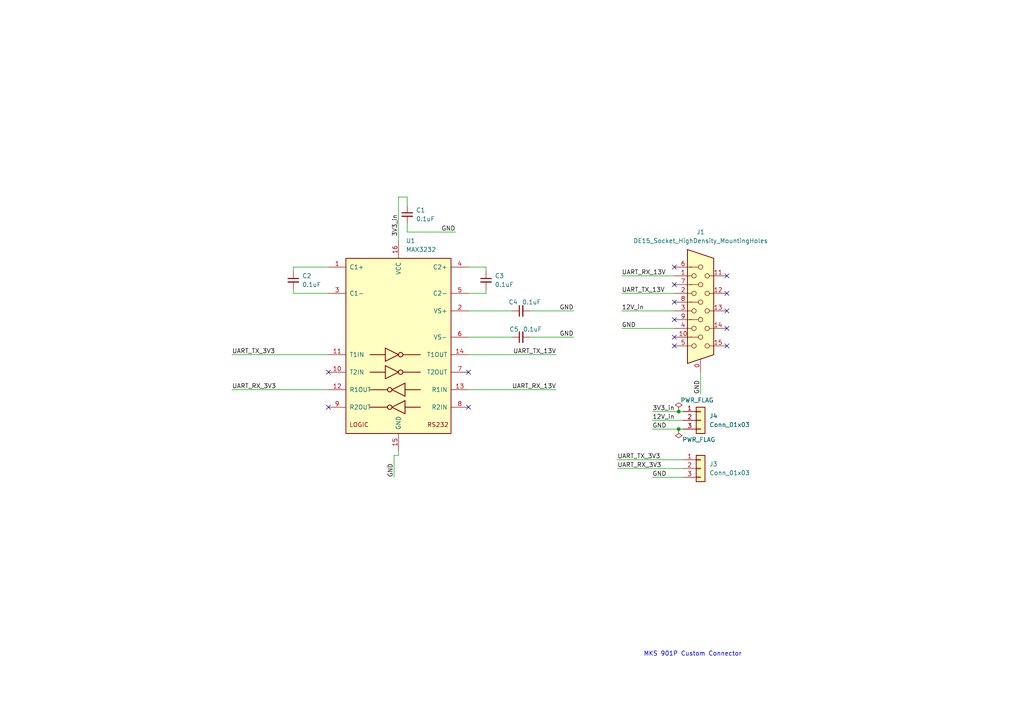
<source format=kicad_sch>
(kicad_sch (version 20250114) (generator "eeschema") (generator_version "9.0")
  (paper "A4")
  (title_block (date "2026-01-29"))
  (lib_symbols
    (symbol "Connector:DE15_Socket_HighDensity_MountingHoles" (pin_names (offset 1.016) (hide yes))
      (property "Reference" "J" (at 0 21.59 0))
      (property "Value" "DE15_Socket_HighDensity_MountingHoles" (at 0 19.05 0))
      (symbol "DE15_Socket_HighDensity_MountingHoles_0_1"
        (polyline (pts (xy -3.81 17.78) (xy -3.81 -15.24) (xy 3.81 -12.7) (xy 3.81 15.24) (xy -3.81 17.78)) (stroke (width 0.254)) (fill (type background)))
        (polyline (pts (xy -3.175 7.62) (xy -0.635 7.62)))
        (circle (center -1.905 10.16) (radius 0.635))
        (circle (center -1.905 5.08) (radius 0.635))
        (circle (center -1.905 0) (radius 0.635))
        (circle (center -1.905 -5.08) (radius 0.635))
        (circle (center -1.905 -10.16) (radius 0.635))
        (polyline (pts (xy -0.635 12.7) (xy -3.175 12.7)))
        (polyline (pts (xy -0.635 2.54) (xy -3.175 2.54)))
        (polyline (pts (xy -0.635 -2.54) (xy -3.175 -2.54)))
        (polyline (pts (xy -0.635 -7.62) (xy -3.175 -7.62)))
        (circle (center 0 12.7) (radius 0.635))
        (circle (center 0 7.62) (radius 0.635))
        (circle (center 0 2.54) (radius 0.635))
        (circle (center 0 -2.54) (radius 0.635))
        (circle (center 0 -7.62) (radius 0.635))
        (circle (center 1.905 10.16) (radius 0.635))
        (circle (center 1.905 5.08) (radius 0.635))
        (circle (center 1.905 0) (radius 0.635))
        (circle (center 1.905 -5.08) (radius 0.635))
        (circle (center 1.905 -10.16) (radius 0.635))
      )
      (symbol "DE15_Socket_HighDensity_MountingHoles_1_1"
        (pin passive line (at -7.62 12.7 0) (length 5.08) (name "~") (number "6"))
        (pin passive line (at -7.62 10.16 0) (length 5.08) (name "~") (number "1"))
        (pin passive line (at -7.62 7.62 0) (length 5.08) (name "~") (number "7"))
        (pin passive line (at -7.62 5.08 0) (length 5.08) (name "~") (number "2"))
        (pin passive line (at -7.62 2.54 0) (length 5.08) (name "~") (number "8"))
        (pin passive line (at -7.62 0 0) (length 5.08) (name "~") (number "3"))
        (pin passive line (at -7.62 -2.54 0) (length 5.08) (name "~") (number "9"))
        (pin passive line (at -7.62 -5.08 0) (length 5.08) (name "~") (number "4"))
        (pin passive line (at -7.62 -7.62 0) (length 5.08) (name "~") (number "10"))
        (pin passive line (at -7.62 -10.16 0) (length 5.08) (name "~") (number "5"))
        (pin passive line (at 0 -17.78 90) (length 3.81) (name "~") (number "0"))
        (pin passive line (at 7.62 10.16 180) (length 5.08) (name "~") (number "11"))
        (pin passive line (at 7.62 5.08 180) (length 5.08) (name "~") (number "12"))
        (pin passive line (at 7.62 0 180) (length 5.08) (name "~") (number "13"))
        (pin passive line (at 7.62 -5.08 180) (length 5.08) (name "~") (number "14"))
        (pin passive line (at 7.62 -10.16 180) (length 5.08) (name "~") (number "15"))
      )
    )
    (symbol "Connector_Generic:Conn_01x03" (pin_names (offset 1.016) (hide yes))
      (property "Reference" "J" (at 0 5.08 0))
      (property "Value" "Conn_01x03" (at 0 -5.08 0))
      (symbol "Conn_01x03_1_1"
        (rectangle (start -1.27 3.81) (end 1.27 -3.81) (stroke (width 0.254)) (fill (type background)))
        (rectangle (start -1.27 2.667) (end 0 2.413) (stroke (width 0.1524)))
        (rectangle (start -1.27 0.127) (end 0 -0.127) (stroke (width 0.1524)))
        (rectangle (start -1.27 -2.413) (end 0 -2.667) (stroke (width 0.1524)))
        (pin passive line (at -5.08 2.54 0) (length 3.81) (name "Pin_1") (number "1"))
        (pin passive line (at -5.08 0 0) (length 3.81) (name "Pin_2") (number "2"))
        (pin passive line (at -5.08 -2.54 0) (length 3.81) (name "Pin_3") (number "3"))
      )
    )
    (symbol "Device:C_Small" (pin_numbers (hide yes)) (pin_names (offset 0.254) (hide yes))
      (property "Reference" "C" (at 0.254 1.778 0))
      (property "Value" "C_Small" (at 0.254 -2.032 0))
      (symbol "C_Small_0_1"
        (polyline (pts (xy -1.524 0.508) (xy 1.524 0.508)) (stroke (width 0.3048)))
        (polyline (pts (xy -1.524 -0.508) (xy 1.524 -0.508)) (stroke (width 0.3302)))
      )
      (symbol "C_Small_1_1"
        (pin passive line (at 0 2.54 270) (length 2.032) (name "~") (number "1"))
        (pin passive line (at 0 -2.54 90) (length 2.032) (name "~") (number "2"))
      )
    )
    (symbol "Interface_UART:MAX3232" (pin_names (offset 1.016))
      (property "Reference" "U" (at -2.54 28.575 0))
      (property "Value" "MAX3232" (at -2.54 26.67 0))
      (symbol "MAX3232_0_0"
        (text "LOGIC" (at -11.43 -22.86 0) (effects (font (size 1.27 1.27))))
        (text "RS232" (at 11.43 -22.86 0) (effects (font (size 1.27 1.27))))
      )
      (symbol "MAX3232_0_1"
        (rectangle (start -15.24 -25.4) (end 15.24 25.4) (stroke (width 0.254)) (fill (type background)))
        (polyline (pts (xy -3.81 -0.635) (xy -3.81 -4.445) (xy 0 -2.54) (xy -3.81 -0.635)) (stroke (width 0.254)))
        (polyline (pts (xy -3.81 -2.54) (xy -8.255 -2.54)) (stroke (width 0.254)))
        (polyline (pts (xy -3.81 -5.715) (xy -3.81 -9.525) (xy 0 -7.62) (xy -3.81 -5.715)) (stroke (width 0.254)))
        (polyline (pts (xy -3.81 -7.62) (xy -8.255 -7.62)) (stroke (width 0.254)))
        (polyline (pts (xy -3.175 -12.7) (xy -8.255 -12.7)) (stroke (width 0.254)))
        (polyline (pts (xy -3.175 -17.78) (xy -8.255 -17.78)) (stroke (width 0.254)))
        (circle (center -2.54 -12.7) (radius 0.635) (stroke (width 0.254)))
        (circle (center -2.54 -17.78) (radius 0.635) (stroke (width 0.254)))
        (circle (center 0.635 -2.54) (radius 0.635) (stroke (width 0.254)))
        (circle (center 0.635 -7.62) (radius 0.635) (stroke (width 0.254)))
        (polyline (pts (xy 1.27 -2.54) (xy 6.35 -2.54)) (stroke (width 0.254)))
        (polyline (pts (xy 1.27 -7.62) (xy 6.35 -7.62)) (stroke (width 0.254)))
        (polyline (pts (xy 1.905 -10.795) (xy 1.905 -14.605) (xy -1.905 -12.7) (xy 1.905 -10.795)) (stroke (width 0.254)))
        (polyline (pts (xy 1.905 -12.7) (xy 6.35 -12.7)) (stroke (width 0.254)))
        (polyline (pts (xy 1.905 -15.875) (xy 1.905 -19.685) (xy -1.905 -17.78) (xy 1.905 -15.875)) (stroke (width 0.254)))
        (polyline (pts (xy 1.905 -17.78) (xy 6.35 -17.78)) (stroke (width 0.254)))
      )
      (symbol "MAX3232_1_1"
        (pin passive line (at -20.32 22.86 0) (length 5.08) (name "C1+") (number "1"))
        (pin passive line (at -20.32 15.24 0) (length 5.08) (name "C1-") (number "3"))
        (pin input line (at -20.32 -2.54 0) (length 5.08) (name "T1IN") (number "11"))
        (pin input line (at -20.32 -7.62 0) (length 5.08) (name "T2IN") (number "10"))
        (pin output line (at -20.32 -12.7 0) (length 5.08) (name "R1OUT") (number "12"))
        (pin output line (at -20.32 -17.78 0) (length 5.08) (name "R2OUT") (number "9"))
        (pin power_in line (at 0 30.48 270) (length 5.08) (name "VCC") (number "16"))
        (pin power_in line (at 0 -30.48 90) (length 5.08) (name "GND") (number "15"))
        (pin passive line (at 20.32 22.86 180) (length 5.08) (name "C2+") (number "4"))
        (pin passive line (at 20.32 15.24 180) (length 5.08) (name "C2-") (number "5"))
        (pin power_out line (at 20.32 10.16 180) (length 5.08) (name "VS+") (number "2"))
        (pin power_out line (at 20.32 2.54 180) (length 5.08) (name "VS-") (number "6"))
        (pin output line (at 20.32 -2.54 180) (length 5.08) (name "T1OUT") (number "14"))
        (pin output line (at 20.32 -7.62 180) (length 5.08) (name "T2OUT") (number "7"))
        (pin input line (at 20.32 -12.7 180) (length 5.08) (name "R1IN") (number "13"))
        (pin input line (at 20.32 -17.78 180) (length 5.08) (name "R2IN") (number "8"))
      )
    )
    (symbol "power:PWR_FLAG" (power) (pin_numbers (hide yes)) (pin_names (offset 0) (hide yes))
      (property "Value" "PWR_FLAG" (at 0 3.81 0))
      (symbol "PWR_FLAG_0_0"
        (pin power_out line (at 0 0 90) (length 0) (name "~") (number "1"))
      )
      (symbol "PWR_FLAG_0_1"
        (polyline (pts (xy 0 0) (xy 0 1.27) (xy -1.016 1.905) (xy 0 2.54) (xy 1.016 1.905) (xy 0 1.27)))
      )
    )
  )
  (text "MKS 901P Custom Connector\n" (at 200.914 189.738 0) (effects (font (size 1.27 1.27))))
  (junction (at 196.85 119.38))
  (junction (at 196.85 124.46))
  (no_connect (at 210.82 95.25))
  (no_connect (at 210.82 90.17))
  (no_connect (at 210.82 85.09))
  (no_connect (at 95.25 107.95))
  (no_connect (at 195.58 92.71))
  (no_connect (at 195.58 87.63))
  (no_connect (at 210.82 80.01))
  (no_connect (at 195.58 77.47))
  (no_connect (at 195.58 97.79))
  (no_connect (at 95.25 118.11))
  (no_connect (at 135.89 118.11))
  (no_connect (at 135.89 107.95))
  (no_connect (at 210.82 100.33))
  (no_connect (at 195.58 100.33))
  (no_connect (at 195.58 82.55))
  (wire (pts (xy 135.89 102.87) (xy 161.29 102.87)))
  (wire (pts (xy 95.25 77.47) (xy 85.09 77.47)))
  (wire (pts (xy 115.57 57.15) (xy 115.57 69.85)))
  (wire (pts (xy 153.67 97.79) (xy 166.37 97.79)))
  (wire (pts (xy 114.3 132.08) (xy 114.3 138.43)))
  (wire (pts (xy 189.23 124.46) (xy 196.85 124.46)))
  (wire (pts (xy 179.07 133.35) (xy 198.12 133.35)))
  (wire (pts (xy 135.89 97.79) (xy 148.59 97.79)))
  (wire (pts (xy 135.89 77.47) (xy 140.97 77.47)))
  (wire (pts (xy 180.34 85.09) (xy 195.58 85.09)))
  (wire (pts (xy 118.11 64.77) (xy 118.11 67.31)))
  (wire (pts (xy 115.57 130.81) (xy 115.57 132.08)))
  (wire (pts (xy 118.11 57.15) (xy 118.11 59.69)))
  (wire (pts (xy 153.67 90.17) (xy 166.37 90.17)))
  (wire (pts (xy 115.57 57.15) (xy 118.11 57.15)))
  (wire (pts (xy 180.34 80.01) (xy 195.58 80.01)))
  (wire (pts (xy 189.23 138.43) (xy 198.12 138.43)))
  (wire (pts (xy 85.09 85.09) (xy 85.09 83.82)))
  (wire (pts (xy 135.89 90.17) (xy 148.59 90.17)))
  (wire (pts (xy 180.34 95.25) (xy 195.58 95.25)))
  (wire (pts (xy 179.07 135.89) (xy 198.12 135.89)))
  (wire (pts (xy 85.09 85.09) (xy 95.25 85.09)))
  (wire (pts (xy 140.97 85.09) (xy 140.97 83.82)))
  (wire (pts (xy 135.89 113.03) (xy 161.29 113.03)))
  (wire (pts (xy 140.97 77.47) (xy 140.97 78.74)))
  (wire (pts (xy 196.85 124.46) (xy 198.12 124.46)))
  (wire (pts (xy 95.25 113.03) (xy 67.31 113.03)))
  (wire (pts (xy 115.57 132.08) (xy 114.3 132.08)))
  (wire (pts (xy 135.89 85.09) (xy 140.97 85.09)))
  (wire (pts (xy 203.2 107.95) (xy 203.2 114.3)))
  (wire (pts (xy 196.85 119.38) (xy 198.12 119.38)))
  (wire (pts (xy 189.23 121.92) (xy 198.12 121.92)))
  (wire (pts (xy 95.25 102.87) (xy 67.31 102.87)))
  (wire (pts (xy 180.34 90.17) (xy 195.58 90.17)))
  (wire (pts (xy 85.09 77.47) (xy 85.09 78.74)))
  (wire (pts (xy 189.23 119.38) (xy 196.85 119.38)))
  (wire (pts (xy 118.11 67.31) (xy 132.08 67.31)))
  (label "GND" (at 189.23 124.46 0))
  (label "12V_in" (at 180.34 90.17 0))
  (label "UART_TX_13V" (at 161.29 102.87 180))
  (label "GND" (at 203.2 114.3 90))
  (label "GND" (at 166.37 97.79 180))
  (label "UART_TX_13V" (at 180.34 85.09 0))
  (label "UART_TX_3V3" (at 179.07 133.35 0))
  (label "GND" (at 189.23 138.43 0))
  (label "UART_RX_3V3" (at 67.31 113.03 0))
  (label "GND" (at 114.3 138.43 90))
  (label "3V3_in" (at 115.57 68.58 90))
  (label "GND" (at 180.34 95.25 0))
  (label "UART_RX_13V" (at 161.29 113.03 180))
  (label "12V_in" (at 189.23 121.92 0))
  (label "UART_RX_13V" (at 180.34 80.01 0))
  (label "UART_TX_3V3" (at 67.31 102.87 0))
  (label "3V3_in" (at 189.23 119.38 0))
  (label "UART_RX_3V3" (at 179.07 135.89 0))
  (label "GND" (at 132.08 67.31 180))
  (label "GND" (at 166.37 90.17 180))
  (symbol (lib_id "Connector:DE15_Socket_HighDensity_MountingHoles") (at 203.2 90.17 0) (unit 1)
    (property "Reference" "J1" (at 203.2 67.31 0))
    (property "Value" "DE15_Socket_HighDensity_MountingHoles" (at 203.2 69.85 0))
    (property "Footprint" "Connector_Dsub:DSUB-15-HD_Socket_Horizontal_P2.29x1.90mm_EdgePinOffset3.03mm_Housed_MountingHolesOffset4.94mm" (effects (hide yes)))
    (property "Description" "15-pin D-SUB connector, socket (female), High density (3 columns), Triple Row, Generic, VGA-connector, Mounting Hole" (effects (hide yes)))
  )
  (symbol (lib_id "Device:C_Small") (at 151.13 97.79 90) (unit 1)
    (property "Reference" "C5" (at 149.098 95.504 90))
    (property "Value" "0.1uF" (at 154.432 95.504 90))
    (property "Footprint" "Capacitor_SMD:C_0603_1608Metric_Pad1.08x0.95mm_HandSolder" (effects (hide yes)))
    (property "Description" "Unpolarized capacitor, small symbol" (effects (hide yes)))
  )
  (symbol (lib_id "Device:C_Small") (at 151.13 90.17 90) (unit 1)
    (property "Reference" "C4" (at 148.844 87.63 90))
    (property "Value" "0.1uF" (at 154.178 87.63 90))
    (property "Footprint" "Capacitor_SMD:C_0603_1608Metric_Pad1.08x0.95mm_HandSolder" (effects (hide yes)))
    (property "Description" "Unpolarized capacitor, small symbol" (effects (hide yes)))
  )
  (symbol (lib_id "Connector_Generic:Conn_01x03") (at 203.2 121.92 0) (unit 1)
    (property "Reference" "J4" (at 205.74 120.6499 0) (effects (justify left)))
    (property "Value" "Conn_01x03" (at 205.74 123.1899 0) (effects (justify left)))
    (property "Footprint" "Connector_PinHeader_2.54mm:PinHeader_1x03_P2.54mm_Vertical" (effects (hide yes)))
    (property "Description" "Generic connector, single row, 01x03, script generated (kicad-library-utils/schlib/autogen/connector/)" (effects (hide yes)))
  )
  (symbol (lib_id "Device:C_Small") (at 140.97 81.28 0) (unit 1)
    (property "Reference" "C3" (at 143.51 80.0162 0) (effects (justify left)))
    (property "Value" "0.1uF" (at 143.51 82.5562 0) (effects (justify left)))
    (property "Footprint" "Capacitor_SMD:C_0603_1608Metric_Pad1.08x0.95mm_HandSolder" (effects (hide yes)))
    (property "Description" "Unpolarized capacitor, small symbol" (effects (hide yes)))
  )
  (symbol (lib_id "Interface_UART:MAX3232") (at 115.57 100.33 0) (unit 1)
    (property "Reference" "U1" (at 117.7133 69.85 0) (effects (justify left)))
    (property "Value" "MAX3232" (at 117.7133 72.39 0) (effects (justify left)))
    (property "Footprint" "Package_SO:SOIC-16_3.9x9.9mm_P1.27mm" (effects (hide yes)))
    (property "Datasheet" "https://datasheets.maximintegrated.com/en/ds/MAX3222-MAX3241.pdf" (effects (hide yes)))
    (property "Description" "3.0V to 5.5V, Low-Power, up to 1Mbps, True RS-232 Transceivers Using Four 0.1μF External Capacitors" (effects (hide yes)))
  )
  (symbol (lib_id "power:PWR_FLAG") (at 196.85 119.38 0) (unit 1)
    (property "Reference" "#FLG01" (effects (hide yes)))
    (property "Value" "PWR_FLAG" (at 202.184 116.078 0))
    (property "Description" "Special symbol for telling ERC where power comes from" (effects (hide yes)))
  )
  (symbol (lib_id "Device:C_Small") (at 118.11 62.23 0) (unit 1)
    (property "Reference" "C1" (at 120.65 60.9662 0) (effects (justify left)))
    (property "Value" "0.1uF" (at 120.65 63.5062 0) (effects (justify left)))
    (property "Footprint" "Capacitor_SMD:C_0603_1608Metric_Pad1.08x0.95mm_HandSolder" (effects (hide yes)))
    (property "Description" "Unpolarized capacitor, small symbol" (effects (hide yes)))
  )
  (symbol (lib_id "Device:C_Small") (at 85.09 81.28 0) (unit 1)
    (property "Reference" "C2" (at 87.63 80.0162 0) (effects (justify left)))
    (property "Value" "0.1uF" (at 87.63 82.5562 0) (effects (justify left)))
    (property "Footprint" "Capacitor_SMD:C_0603_1608Metric_Pad1.08x0.95mm_HandSolder" (effects (hide yes)))
    (property "Description" "Unpolarized capacitor, small symbol" (effects (hide yes)))
  )
  (symbol (lib_id "Connector_Generic:Conn_01x03") (at 203.2 135.89 0) (unit 1)
    (property "Reference" "J3" (at 205.74 134.6199 0) (effects (justify left)))
    (property "Value" "Conn_01x03" (at 205.74 137.1599 0) (effects (justify left)))
    (property "Footprint" "Connector_PinHeader_2.54mm:PinHeader_1x03_P2.54mm_Vertical" (effects (hide yes)))
    (property "Description" "Generic connector, single row, 01x03, script generated (kicad-library-utils/schlib/autogen/connector/)" (effects (hide yes)))
  )
  (symbol (lib_id "power:PWR_FLAG") (at 196.85 124.46 180) (unit 1)
    (property "Reference" "#FLG02" (effects (hide yes)))
    (property "Value" "PWR_FLAG" (at 202.692 127.508 0))
    (property "Description" "Special symbol for telling ERC where power comes from" (effects (hide yes)))
  )
)
</source>
